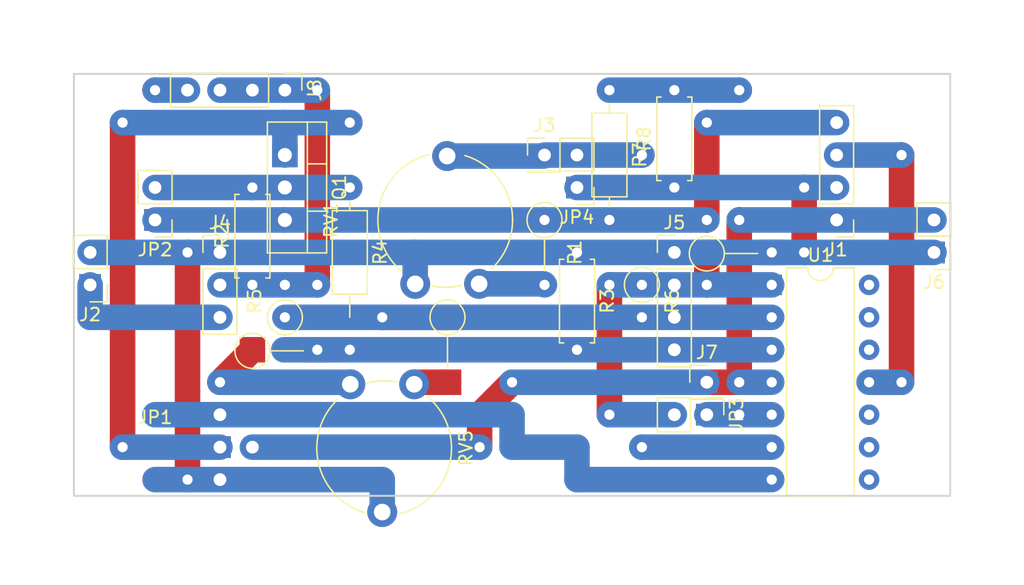
<source format=kicad_pcb>
(kicad_pcb (version 20211014) (generator pcbnew)
  (layers (0 "F.Cu" signal) (31 "B.Cu" signal) (34 "B.Paste" user) (35 "F.Paste" user) (36 "B.SilkS" user "B.Silkscreen") (37 "F.SilkS" user "F.Silkscreen") (38 "B.Mask" user) (39 "F.Mask" user) (44 "Edge.Cuts" user))
  (net 0 "")
  (net 1 "/OUT0")
  (net 2 "GND")
  (net 3 "/ch0/N")
  (net 4 "+5V")
  (net 5 "/ch0/P")
  (net 6 "Net-(R1-Pad2)")
  (net 7 "/ch0/N_DISABLE")
  (net 8 "/PWM0")
  (net 9 "/ch0/sub/N")
  (net 10 "/ch0/CTRL")
  (net 11 "/ch0/COMP_OUT")
  (net 12 "/ch0/sub/P")
  (net 13 "Net-(R28-Pad1)")
  (net 14 "Net-(R29-Pad2)")
  (net 15 "+12V")
  (net 16 "-12V")
  (net 17 "Net-(JP3-Pad1)")
  (footprint "For_Rasterboard:R_Axial_DIN0207_L6.3mm_D2.5mm_P12.70mm_Horizontal" (layer "F.Cu") (at 71.12 167.405 -90)
    (fp_text reference "R4" (at 5.08 -2.37 -90) (layer "F.SilkS"))
    (fp_text value "10k")
    (fp_line (start 8.35 -1.37) (end 1.81 -1.37) (layer "F.SilkS") (width 0.12))
    (fp_line (start 1.81 -1.37) (end 1.81 1.37) (layer "F.SilkS") (width 0.12))
    (fp_line (start 10.16 0) (end 8.35 0) (layer "F.SilkS") (width 0.12))
    (fp_line (start 8.35 1.37) (end 8.35 -1.37) (layer "F.SilkS") (width 0.12))
    (fp_line (start 1.81 1.37) (end 8.35 1.37) (layer "F.SilkS") (width 0.12))
    (fp_line (start 1.04 0) (end 1.81 0) (layer "F.SilkS") (width 0.12))
    (pad "1" thru_hole circle (at 0 0 270) (size 1.6 1.6) (drill 0.8) (layers *.Cu *.Mask) (net 5 "/ch0/P"))
    (pad "2" thru_hole oval (at 12.7 0 270) (size 1.6 1.6) (drill 0.8) (layers *.Cu *.Mask) (net 12 "/ch0/sub/P"))
  )
  (footprint "For_Rasterboard:R_Axial_DIN0207_L6.3mm_D2.5mm_Pinf_Vertical" (layer "F.Cu") (at 78.85 177.565 -90)
    (fp_text reference "R29" hide)
    (fp_text value "10k")
    (fp_line (start 1.37 0.084) (end 3.98 0.084) (layer "F.SilkS") (width 0.12))
    (fp_circle (center 0 0.084) (end 1.37 0.084) (layer "F.SilkS") (width 0.12) (fill none))
    (pad "1" smd rect (at 0 0 270) (size 2 2) (layers "F.Cu") (net 9 "/ch0/sub/N"))
    (pad "2" smd rect (at 5.08 0 270) (size 2 2) (layers "F.Cu") (net 14 "Net-(R29-Pad2)"))
  )
  (footprint "For_Rasterboard:R_Axial_DIN0207_L6.3mm_D2.5mm_P10.16mm_Horizontal" (layer "F.Cu") (at 91.44 159.785 -90)
    (fp_text reference "R7" (at 5.08 -2.37 -90) (layer "F.SilkS"))
    (fp_text value "10M")
    (fp_line (start 1.04 0) (end 1.81 0) (layer "F.SilkS") (width 0.12))
    (fp_line (start 8.35 1.37) (end 8.35 -1.37) (layer "F.SilkS") (width 0.12))
    (fp_line (start 9.12 0) (end 8.35 0) (layer "F.SilkS") (width 0.12))
    (fp_line (start 1.81 -1.37) (end 1.81 1.37) (layer "F.SilkS") (width 0.12))
    (fp_line (start 8.35 -1.37) (end 1.81 -1.37) (layer "F.SilkS") (width 0.12))
    (fp_line (start 1.81 1.37) (end 8.35 1.37) (layer "F.SilkS") (width 0.12))
    (pad "1" thru_hole circle (at 0 0 270) (size 1.6 1.6) (drill 0.8) (layers *.Cu *.Mask) (net 17 "Net-(JP3-Pad1)"))
    (pad "2" thru_hole oval (at 10.16 0 270) (size 1.6 1.6) (drill 0.8) (layers *.Cu *.Mask) (net 4 "+5V"))
  )
  (footprint "For_Rasterboard:R_Axial_DIN0207_L6.3mm_D2.5mm_P7.62mm_Horizontal" (layer "F.Cu") (at 88.9 172.485 -90)
    (fp_text reference "R3" (at 3.81 -2.37 90) (layer "F.SilkS"))
    (fp_text value "100k")
    (fp_line (start 7.08 -1.37) (end 7.08 -1.04) (layer "F.SilkS") (width 0.12))
    (fp_line (start 7.08 1.37) (end 7.08 1.04) (layer "F.SilkS") (width 0.12))
    (fp_line (start 0.54 1.37) (end 7.08 1.37) (layer "F.SilkS") (width 0.12))
    (fp_line (start 0.54 -1.37) (end 7.08 -1.37) (layer "F.SilkS") (width 0.12))
    (fp_line (start 0.54 1.04) (end 0.54 1.37) (layer "F.SilkS") (width 0.12))
    (fp_line (start 0.54 -1.04) (end 0.54 -1.37) (layer "F.SilkS") (width 0.12))
    (pad "1" thru_hole circle (at 0 0 270) (size 1.6 1.6) (drill 0.8) (layers *.Cu *.Mask) (net 2 "GND"))
    (pad "2" thru_hole oval (at 7.62 0 270) (size 1.6 1.6) (drill 0.8) (layers *.Cu *.Mask) (net 12 "/ch0/sub/P"))
  )
  (footprint "Connector_PinHeader_2.54mm:PinHeader_1x02_P2.54mm_Vertical" (layer "F.Cu") (at 50.8 175.025 180)
    (fp_text reference "J2" (at 0 -2.33) (layer "F.SilkS"))
    (fp_text value "1x2 2.54mm male")
    (fp_line (start 1.33 1.27) (end 1.33 3.87) (layer "F.SilkS") (width 0.12))
    (fp_line (start -1.33 1.27) (end -1.33 3.87) (layer "F.SilkS") (width 0.12))
    (fp_line (start -1.33 3.87) (end 1.33 3.87) (layer "F.SilkS") (width 0.12))
    (fp_line (start -1.33 -1.33) (end 0 -1.33) (layer "F.SilkS") (width 0.12))
    (fp_line (start -1.33 0) (end -1.33 -1.33) (layer "F.SilkS") (width 0.12))
    (fp_line (start -1.33 1.27) (end 1.33 1.27) (layer "F.SilkS") (width 0.12))
    (pad "1" thru_hole rect (at 0 0 180) (size 1.7 1.7) (drill 1) (layers *.Cu *.Mask) (net 8 "/PWM0"))
    (pad "2" thru_hole oval (at 0 2.54 180) (size 1.7 1.7) (drill 1) (layers *.Cu *.Mask) (net 2 "GND"))
  )
  (footprint "For_Rasterboard:R_Axial_DIN0207_L6.3mm_D2.5mm_P7.62mm_Horizontal" (layer "F.Cu") (at 63.5 175.025 90)
    (fp_text reference "R2" (at 3.81 -2.37 90) (layer "F.SilkS"))
    (fp_text value "0.1")
    (fp_line (start 0.54 -1.04) (end 0.54 -1.37) (layer "F.SilkS") (width 0.12))
    (fp_line (start 0.54 1.04) (end 0.54 1.37) (layer "F.SilkS") (width 0.12))
    (fp_line (start 0.54 1.37) (end 7.08 1.37) (layer "F.SilkS") (width 0.12))
    (fp_line (start 0.54 -1.37) (end 7.08 -1.37) (layer "F.SilkS") (width 0.12))
    (fp_line (start 7.08 1.37) (end 7.08 1.04) (layer "F.SilkS") (width 0.12))
    (fp_line (start 7.08 -1.37) (end 7.08 -1.04) (layer "F.SilkS") (width 0.12))
    (pad "1" thru_hole circle (at 0 0 90) (size 1.6 1.6) (drill 0.8) (layers *.Cu *.Mask) (net 3 "/ch0/N"))
    (pad "2" thru_hole oval (at 7.62 0 90) (size 1.6 1.6) (drill 0.8) (layers *.Cu *.Mask) (net 5 "/ch0/P"))
  )
  (footprint "For_Rasterboard:R_Axial_DIN0207_L6.3mm_D2.5mm_P5.08mm_Vertical" (layer "F.Cu") (at 86.36 169.945 -90)
    (fp_text reference "R1" (at 2.54 -2.37 90) (layer "F.SilkS"))
    (fp_text value "1k")
    (fp_line (start 1.37 0) (end 3.98 0) (layer "F.SilkS") (width 0.12))
    (fp_circle (center 0 0) (end 1.37 0) (layer "F.SilkS") (width 0.12) (fill none))
    (pad "1" thru_hole circle (at 0 0 270) (size 1.6 1.6) (drill 0.8) (layers *.Cu *.Mask) (net 4 "+5V"))
    (pad "2" thru_hole oval (at 5.08 0 270) (size 1.6 1.6) (drill 0.8) (layers *.Cu *.Mask) (net 6 "Net-(R1-Pad2)"))
  )
  (footprint "Package_TO_SOT_THT:TO-220-3_Vertical" (layer "F.Cu") (at 66.04 164.865 -90)
    (fp_text reference "Q1" (at 2.54 -4.27 90) (layer "F.SilkS"))
    (fp_text value "IRF4905")
    (fp_line (start 0.69 -3.27) (end 0.69 -1.76) (layer "F.SilkS") (width 0.12))
    (fp_line (start -2.58 1.371) (end 7.66 1.371) (layer "F.SilkS") (width 0.12))
    (fp_line (start -2.58 -1.76) (end 7.66 -1.76) (layer "F.SilkS") (width 0.12))
    (fp_line (start -2.58 -3.27) (end -2.58 1.371) (layer "F.SilkS") (width 0.12))
    (fp_line (start 7.66 -3.27) (end 7.66 1.371) (layer "F.SilkS") (width 0.12))
    (fp_line (start -2.58 -3.27) (end 7.66 -3.27) (layer "F.SilkS") (width 0.12))
    (fp_line (start 4.391 -3.27) (end 4.391 -1.76) (layer "F.SilkS") (width 0.12))
    (pad "1" thru_hole rect (at 0 0 270) (size 1.905 2) (drill 1.1) (layers *.Cu *.Mask) (net 10 "/ch0/CTRL"))
    (pad "2" thru_hole oval (at 2.54 0 270) (size 1.905 2) (drill 1.1) (layers *.Cu *.Mask) (net 5 "/ch0/P"))
    (pad "3" thru_hole oval (at 5.08 0 270) (size 1.905 2) (drill 1.1) (layers *.Cu *.Mask) (net 4 "+5V"))
  )
  (footprint "Connector_PinHeader_2.54mm:PinHeader_1x02_P2.54mm_Vertical" (layer "F.Cu") (at 55.88 169.945 180)
    (fp_text reference "JP2" (at 0 -2.33) (layer "F.SilkS"))
    (fp_text value "1x2 2.54mm male")
    (fp_line (start -1.33 0) (end -1.33 -1.33) (layer "F.SilkS") (width 0.12))
    (fp_line (start -1.33 1.27) (end 1.33 1.27) (layer "F.SilkS") (width 0.12))
    (fp_line (start 1.33 1.27) (end 1.33 3.87) (layer "F.SilkS") (width 0.12))
    (fp_line (start -1.33 1.27) (end -1.33 3.87) (layer "F.SilkS") (width 0.12))
    (fp_line (start -1.33 -1.33) (end 0 -1.33) (layer "F.SilkS") (width 0.12))
    (fp_line (start -1.33 3.87) (end 1.33 3.87) (layer "F.SilkS") (width 0.12))
    (pad "1" thru_hole rect (at 0 0 180) (size 1.7 1.7) (drill 1) (layers *.Cu *.Mask) (net 4 "+5V"))
    (pad "2" thru_hole oval (at 0 2.54 180) (size 1.7 1.7) (drill 1) (layers *.Cu *.Mask) (net 5 "/ch0/P"))
  )
  (footprint "For_Rasterboard:R_Axial_DIN0207_L6.3mm_D2.5mm_Pinf_Vertical" (layer "F.Cu") (at 99.06 172.485)
    (fp_text reference "R30" hide)
    (fp_text value "1k")
    (fp_line (start 1.37 0.084) (end 3.98 0.084) (layer "F.SilkS") (width 0.12))
    (fp_circle (center 0 0.084) (end 1.37 0.084) (layer "F.SilkS") (width 0.12) (fill none))
    (pad "1" smd rect (at 0 0) (size 2 2) (layers "F.Cu") (net 1 "/OUT0"))
    (pad "2" smd rect (at 5.08 0) (size 2 2) (layers "F.Cu") (net 2 "GND"))
  )
  (footprint "Package_DIP:DIP-14_W7.62mm" (layer "F.Cu") (at 104.14 175.025)
    (fp_text reference "U1" (at 3.81 -2.33) (layer "F.SilkS"))
    (fp_text value "LM324")
    (fp_line (start 6.46 -1.33) (end 4.81 -1.33) (layer "F.SilkS") (width 0.12))
    (fp_line (start 2.81 -1.33) (end 1.16 -1.33) (layer "F.SilkS") (width 0.12))
    (fp_line (start 1.16 16.57) (end 6.46 16.57) (layer "F.SilkS") (width 0.12))
    (fp_line (start 6.46 16.57) (end 6.46 -1.33) (layer "F.SilkS") (width 0.12))
    (fp_line (start 1.16 -1.33) (end 1.16 16.57) (layer "F.SilkS") (width 0.12))
    (fp_arc (start 4.81 -1.33) (mid 3.81 -0.33) (end 2.81 -1.33) (layer "F.SilkS") (width 0.12))
    (pad "1" thru_hole rect (at 0 0) (size 1.6 1.6) (drill 0.8) (layers *.Cu *.Mask) (net 1 "/OUT0"))
    (pad "2" thru_hole oval (at 0 2.54) (size 1.6 1.6) (drill 0.8) (layers *.Cu *.Mask) (net 9 "/ch0/sub/N"))
    (pad "3" thru_hole oval (at 0 5.08) (size 1.6 1.6) (drill 0.8) (layers *.Cu *.Mask) (net 12 "/ch0/sub/P"))
    (pad "4" thru_hole oval (at 0 7.62) (size 1.6 1.6) (drill 0.8) (layers *.Cu *.Mask) (net 15 "+12V"))
    (pad "5" thru_hole oval (at 0 10.16) (size 1.6 1.6) (drill 0.8) (layers *.Cu *.Mask) (net 17 "Net-(JP3-Pad1)"))
    (pad "6" thru_hole oval (at 0 12.7) (size 1.6 1.6) (drill 0.8) (layers *.Cu *.Mask) (net 7 "/ch0/N_DISABLE"))
    (pad "7" thru_hole oval (at 0 15.24) (size 1.6 1.6) (drill 0.8) (layers *.Cu *.Mask) (net 11 "/ch0/COMP_OUT"))
    (pad "8" thru_hole oval (at 7.62 15.24) (size 1.6 1.6) (drill 0.8) (layers *.Cu *.Mask))
    (pad "9" thru_hole oval (at 7.62 12.7) (size 1.6 1.6) (drill 0.8) (layers *.Cu *.Mask))
    (pad "10" thru_hole oval (at 7.62 10.16) (size 1.6 1.6) (drill 0.8) (layers *.Cu *.Mask))
    (pad "11" thru_hole oval (at 7.62 7.62) (size 1.6 1.6) (drill 0.8) (layers *.Cu *.Mask) (net 16 "-12V"))
    (pad "12" thru_hole oval (at 7.62 5.08) (size 1.6 1.6) (drill 0.8) (layers *.Cu *.Mask))
    (pad "13" thru_hole oval (at 7.62 2.54) (size 1.6 1.6) (drill 0.8) (layers *.Cu *.Mask))
    (pad "14" thru_hole oval (at 7.62 0) (size 1.6 1.6) (drill 0.8) (layers *.Cu *.Mask))
  )
  (footprint "Connector_PinHeader_2.54mm:PinHeader_1x02_P2.54mm_Vertical" (layer "F.Cu") (at 99.06 185.185 -90)
    (fp_text reference "JP3" (at 0 -2.33 90) (layer "F.SilkS"))
    (fp_text value "1x2 2.54mm male")
    (fp_line (start 1.33 1.27) (end 1.33 3.87) (layer "F.SilkS") (width 0.12))
    (fp_line (start -1.33 -1.33) (end 0 -1.33) (layer "F.SilkS") (width 0.12))
    (fp_line (start -1.33 1.27) (end 1.33 1.27) (layer "F.SilkS") (width 0.12))
    (fp_line (start -1.33 3.87) (end 1.33 3.87) (layer "F.SilkS") (width 0.12))
    (fp_line (start -1.33 0) (end -1.33 -1.33) (layer "F.SilkS") (width 0.12))
    (fp_line (start -1.33 1.27) (end -1.33 3.87) (layer "F.SilkS") (width 0.12))
    (pad "1" thru_hole rect (at 0 0 270) (size 1.7 1.7) (drill 1) (layers *.Cu *.Mask) (net 17 "Net-(JP3-Pad1)"))
    (pad "2" thru_hole oval (at 0 2.54 270) (size 1.7 1.7) (drill 1) (layers *.Cu *.Mask) (net 1 "/OUT0"))
  )
  (footprint "Connector_PinHeader_2.54mm:PinHeader_1x01_P2.54mm_Vertical" (layer "F.Cu") (at 86.36 164.865)
    (fp_text reference "J3" (at 0 -2.33) (layer "F.SilkS"))
    (fp_text value "1x1 2.54mm male")
    (fp_line (start 1.33 1.27) (end 1.33 1.33) (layer "F.SilkS") (width 0.12))
    (fp_line (start -1.33 -1.33) (end 0 -1.33) (layer "F.SilkS") (width 0.12))
    (fp_line (start -1.33 0) (end -1.33 -1.33) (layer "F.SilkS") (width 0.12))
    (fp_line (start -1.33 1.27) (end -1.33 1.33) (layer "F.SilkS") (width 0.12))
    (fp_line (start -1.33 1.27) (end 1.33 1.27) (layer "F.SilkS") (width 0.12))
    (fp_line (start -1.33 1.33) (end 1.33 1.33) (layer "F.SilkS") (width 0.12))
    (pad "1" thru_hole rect (at 0 0) (size 1.7 1.7) (drill 1) (layers *.Cu *.Mask) (net 7 "/ch0/N_DISABLE"))
  )
  (footprint "Connector_PinHeader_2.54mm:PinHeader_1x03_P2.54mm_Vertical" (layer "F.Cu") (at 60.96 172.485)
    (fp_text reference "J4" (at 0 -2.33) (layer "F.SilkS"))
    (fp_text value "1x3 2.54mm male")
    (fp_line (start -1.33 0) (end -1.33 -1.33) (layer "F.SilkS") (width 0.12))
    (fp_line (start -1.33 -1.33) (end 0 -1.33) (layer "F.SilkS") (width 0.12))
    (fp_line (start -1.33 1.27) (end 1.33 1.27) (layer "F.SilkS") (width 0.12))
    (fp_line (start 1.33 1.27) (end 1.33 6.41) (layer "F.SilkS") (width 0.12))
    (fp_line (start -1.33 6.41) (end 1.33 6.41) (layer "F.SilkS") (width 0.12))
    (fp_line (start -1.33 1.27) (end -1.33 6.41) (layer "F.SilkS") (width 0.12))
    (pad "1" thru_hole rect (at 0 0) (size 1.7 1.7) (drill 1) (layers *.Cu *.Mask) (net 2 "GND"))
    (pad "2" thru_hole oval (at 0 2.54) (size 1.7 1.7) (drill 1) (layers *.Cu *.Mask) (net 3 "/ch0/N"))
    (pad "3" thru_hole oval (at 0 5.08) (size 1.7 1.7) (drill 1) (layers *.Cu *.Mask) (net 8 "/PWM0"))
  )
  (footprint "Connector_PinHeader_2.54mm:PinHeader_1x04_P2.54mm_Vertical" (layer "F.Cu") (at 66.04 159.785 -90)
    (fp_text reference "J8" (at 0 -2.33 90) (layer "F.SilkS"))
    (fp_text value "1x4 2.54mm male")
    (fp_line (start -1.33 8.95) (end 1.33 8.95) (layer "F.SilkS") (width 0.12))
    (fp_line (start -1.33 1.27) (end 1.33 1.27) (layer "F.SilkS") (width 0.12))
    (fp_line (start -1.33 1.27) (end -1.33 8.95) (layer "F.SilkS") (width 0.12))
    (fp_line (start -1.33 -1.33) (end 0 -1.33) (layer "F.SilkS") (width 0.12))
    (fp_line (start -1.33 0) (end -1.33 -1.33) (layer "F.SilkS") (width 0.12))
    (fp_line (start 1.33 1.27) (end 1.33 8.95) (layer "F.SilkS") (width 0.12))
    (pad "1" thru_hole rect (at 0 0 270) (size 1.7 1.7) (drill 1) (layers *.Cu *.Mask) (net 3 "/ch0/N"))
    (pad "2" thru_hole oval (at 0 2.54 270) (size 1.7 1.7) (drill 1) (layers *.Cu *.Mask) (net 3 "/ch0/N"))
    (pad "3" thru_hole oval (at 0 5.08 270) (size 1.7 1.7) (drill 1) (layers *.Cu *.Mask) (net 3 "/ch0/N"))
    (pad "4" thru_hole oval (at 0 7.62 270) (size 1.7 1.7) (drill 1) (layers *.Cu *.Mask) (net 2 "GND"))
  )
  (footprint "Connector_PinHeader_2.54mm:PinHeader_1x01_P2.54mm_Vertical" (layer "F.Cu") (at 99.06 182.645)
    (fp_text reference "J7" (at 0 -2.33) (layer "F.SilkS"))
    (fp_text value "1x1 2.54mm male")
    (fp_line (start -1.33 -1.33) (end 0 -1.33) (layer "F.SilkS") (width 0.12))
    (fp_line (start -1.33 1.27) (end 1.33 1.27) (layer "F.SilkS") (width 0.12))
    (fp_line (start 1.33 1.27) (end 1.33 1.33) (layer "F.SilkS") (width 0.12))
    (fp_line (start -1.33 0) (end -1.33 -1.33) (layer "F.SilkS") (width 0.12))
    (fp_line (start -1.33 1.27) (end -1.33 1.33) (layer "F.SilkS") (width 0.12))
    (fp_line (start -1.33 1.33) (end 1.33 1.33) (layer "F.SilkS") (width 0.12))
    (pad "1" thru_hole rect (at 0 0) (size 1.7 1.7) (drill 1) (layers *.Cu *.Mask) (net 15 "+12V"))
  )
  (footprint "Potentiometer_THT:Potentiometer_Piher_PT-10-V10_Vertical" (layer "F.Cu") (at 71.16 182.805 -90)
    (fp_text reference "RV5" (at 5 -9.05 90) (layer "F.SilkS"))
    (fp_text value "1k")
    (fp_arc (start 5.09203 2.619358) (mid 2.983245 2.219015) (end 1.209 1.011) (layer "F.SilkS") (width 0.12))
    (fp_arc (start 0.963379 -6.038474) (mid 6.186565 -7.784991) (end 10.114 -3.924) (layer "F.SilkS") (width 0.12))
    (fp_arc (start 10.039726 -1.109201) (mid 8.134716 1.586326) (end 5 2.62) (layer "F.SilkS") (width 0.12))
    (fp_arc (start -0.11439 -1.375119) (mid -0.269093 -2.512295) (end -0.174 -3.656) (layer "F.SilkS") (width 0.12))
    (pad "1" thru_hole circle (at 0 0 270) (size 2.34 2.34) (drill 1.3) (layers *.Cu *.Mask) (net 13 "Net-(R28-Pad1)"))
    (pad "2" thru_hole circle (at 10 -2.5 270) (size 2.34 2.34) (drill 1.3) (layers *.Cu *.Mask) (net 2 "GND"))
    (pad "3" thru_hole circle (at 0 -5 270) (size 2.34 2.34) (drill 1.3) (layers *.Cu *.Mask) (net 14 "Net-(R29-Pad2)"))
  )
  (footprint "Connector_PinHeader_2.54mm:PinHeader_1x02_P2.54mm_Vertical" (layer "F.Cu") (at 88.9 167.405 180)
    (fp_text reference "JP4" (at 0 -2.33) (layer "F.SilkS"))
    (fp_text value "1x2 2.54mm male")
    (fp_line (start -1.33 0) (end -1.33 -1.33) (layer "F.SilkS") (width 0.12))
    (fp_line (start -1.33 1.27) (end 1.33 1.27) (layer "F.SilkS") (width 0.12))
    (fp_line (start -1.33 -1.33) (end 0 -1.33) (layer "F.SilkS") (width 0.12))
    (fp_line (start 1.33 1.27) (end 1.33 3.87) (layer "F.SilkS") (width 0.12))
    (fp_line (start -1.33 1.27) (end -1.33 3.87) (layer "F.SilkS") (width 0.12))
    (fp_line (start -1.33 3.87) (end 1.33 3.87) (layer "F.SilkS") (width 0.12))
    (pad "1" thru_hole rect (at 0 0 180) (size 1.7 1.7) (drill 1) (layers *.Cu *.Mask) (net 2 "GND"))
    (pad "2" thru_hole oval (at 0 2.54 180) (size 1.7 1.7) (drill 1) (layers *.Cu *.Mask) (net 7 "/ch0/N_DISABLE"))
  )
  (footprint "For_Rasterboard:R_Axial_DIN0207_L6.3mm_D2.5mm_P2.54mm_Vertical" (layer "F.Cu") (at 93.98 175.025 -90)
    (fp_text reference "R6" (at 1.27 -2.37 90) (layer "F.SilkS"))
    (fp_text value "100k")
    (fp_line (start 1.37 0) (end 1.44 0) (layer "F.SilkS") (width 0.12))
    (fp_circle (center 0 0) (end 1.37 0) (layer "F.SilkS") (width 0.12) (fill none))
    (pad "1" thru_hole circle (at 0 0 270) (size 1.6 1.6) (drill 0.8) (layers *.Cu *.Mask) (net 1 "/OUT0"))
    (pad "2" thru_hole oval (at 2.54 0 270) (size 1.6 1.6) (drill 0.8) (layers *.Cu *.Mask) (net 9 "/ch0/sub/N"))
  )
  (footprint "Connector_PinHeader_2.54mm:PinHeader_1x02_P2.54mm_Vertical" (layer "F.Cu") (at 116.84 172.485 180)
    (fp_text reference "J6" (at 0 -2.33) (layer "F.SilkS"))
    (fp_text value "1x2 2.54mm male")
    (fp_line (start -1.33 1.27) (end 1.33 1.27) (layer "F.SilkS") (width 0.12))
    (fp_line (start 1.33 1.27) (end 1.33 3.87) (layer "F.SilkS") (width 0.12))
    (fp_line (start -1.33 1.27) (end -1.33 3.87) (layer "F.SilkS") (width 0.12))
    (fp_line (start -1.33 -1.33) (end 0 -1.33) (layer "F.SilkS") (width 0.12))
    (fp_line (start -1.33 0) (end -1.33 -1.33) (layer "F.SilkS") (width 0.12))
    (fp_line (start -1.33 3.87) (end 1.33 3.87) (layer "F.SilkS") (width 0.12))
    (pad "1" thru_hole rect (at 0 0 180) (size 1.7 1.7) (drill 1) (layers *.Cu *.Mask) (net 2 "GND"))
    (pad "2" thru_hole oval (at 0 2.54 180) (size 1.7 1.7) (drill 1) (layers *.Cu *.Mask) (net 15 "+12V"))
  )
  (footprint "Connector_PinHeader_2.54mm:PinHeader_1x04_P2.54mm_Vertical" (layer "F.Cu") (at 96.52 172.485)
    (fp_text reference "J5" (at 0 -2.33) (layer "F.SilkS"))
    (fp_text value "1x4 2.54mm male")
    (fp_line (start -1.33 1.27) (end -1.33 8.95) (layer "F.SilkS") (width 0.12))
    (fp_line (start -1.33 0) (end -1.33 -1.33) (layer "F.SilkS") (width 0.12))
    (fp_line (start -1.33 -1.33) (end 0 -1.33) (layer "F.SilkS") (width 0.12))
    (fp_line (start -1.33 1.27) (end 1.33 1.27) (layer "F.SilkS") (width 0.12))
    (fp_line (start 1.33 1.27) (end 1.33 8.95) (layer "F.SilkS") (width 0.12))
    (fp_line (start -1.33 8.95) (end 1.33 8.95) (layer "F.SilkS") (width 0.12))
    (pad "1" thru_hole rect (at 0 0) (size 1.7 1.7) (drill 1) (layers *.Cu *.Mask) (net 2 "GND"))
    (pad "2" thru_hole oval (at 0 2.54) (size 1.7 1.7) (drill 1) (layers *.Cu *.Mask) (net 1 "/OUT0"))
    (pad "3" thru_hole oval (at 0 5.08) (size 1.7 1.7) (drill 1) (layers *.Cu *.Mask) (net 9 "/ch0/sub/N"))
    (pad "4" thru_hole oval (at 0 7.62) (size 1.7 1.7) (drill 1) (layers *.Cu *.Mask) (net 12 "/ch0/sub/P"))
  )
  (footprint "Potentiometer_THT:Potentiometer_Piher_PT-10-V10_Vertical" (layer "F.Cu") (at 81.24 174.945 90)
    (fp_text reference "RV1" (at 5 -11.59 90) (layer "F.SilkS"))
    (fp_text value "1k")
    (fp_arc (start -0.11439 -1.375119) (mid -0.269093 -2.512295) (end -0.174 -3.656) (layer "F.SilkS") (width 0.12))
    (fp_arc (start 10.039726 -1.109201) (mid 8.134716 1.586326) (end 5 2.62) (layer "F.SilkS") (width 0.12))
    (fp_arc (start 5.09203 2.619358) (mid 2.983245 2.219015) (end 1.209 1.011) (layer "F.SilkS") (width 0.12))
    (fp_arc (start 0.963379 -6.038474) (mid 6.186565 -7.784991) (end 10.114 -3.924) (layer "F.SilkS") (width 0.12))
    (pad "1" thru_hole circle (at 0 0 90) (size 2.34 2.34) (drill 1.3) (layers *.Cu *.Mask) (net 6 "Net-(R1-Pad2)"))
    (pad "2" thru_hole circle (at 10 -2.5 90) (size 2.34 2.34) (drill 1.3) (layers *.Cu *.Mask) (net 7 "/ch0/N_DISABLE"))
    (pad "3" thru_hole circle (at 0 -5 90) (size 2.34 2.34) (drill 1.3) (layers *.Cu *.Mask) (net 2 "GND"))
  )
  (footprint "Extra_Common:Jumper4_PinHeader_1x04_P2.54mm_Vertical" (layer "F.Cu") (at 60.96 187.725)
    (fp_text reference "JP1" (at -5.08 -2.33) (layer "F.SilkS"))
    (fp_text value "Jumper_4_Bridged12")
    (pad "1" thru_hole rect (at 0 0) (size 1.7 1.7) (drill 1) (layers *.Cu *.Mask) (net 10 "/ch0/CTRL"))
    (pad "2" thru_hole oval (at 0 -2.54) (size 1.7 1.7) (drill 1) (layers *.Cu *.Mask) (net 11 "/ch0/COMP_OUT"))
    (pad "3" thru_hole oval (at 2.54 0) (size 1.7 1.7) (drill 1) (layers *.Cu *.Mask) (net 15 "+12V"))
    (pad "4" thru_hole oval (at 0 2.54) (size 1.7 1.7) (drill 1) (layers *.Cu *.Mask) (net 2 "GND"))
  )
  (footprint "Resistor_THT:R_Axial_DIN0207_L6.3mm_D2.5mm_P2.54mm_Vertical" (layer "F.Cu") (at 66.04 177.565 90)
    (fp_text reference "R5" (at 1.27 -2.37 90) (layer "F.SilkS"))
    (fp_text value "10k")
    (fp_line (start 1.37 0) (end 1.44 0) (layer "F.SilkS") (width 0.12))
    (fp_circle (center 0 0) (end 1.37 0) (layer "F.SilkS") (width 0.12) (fill none))
    (pad "1" thru_hole circle (at 0 0 90) (size 1.6 1.6) (drill 0.8) (layers *.Cu *.Mask) (net 9 "/ch0/sub/N"))
    (pad "2" thru_hole oval (at 2.54 0 90) (size 1.6 1.6) (drill 0.8) (layers *.Cu *.Mask) (net 3 "/ch0/N"))
  )
  (footprint "Connector_PinHeader_2.54mm:PinHeader_1x04_P2.54mm_Vertical" (layer "F.Cu") (at 109.22 169.945 180)
    (fp_text reference "J1" (at 0 -2.33) (layer "F.SilkS"))
    (fp_text value "1x4 2.54mm male")
    (fp_line (start -1.33 0) (end -1.33 -1.33) (layer "F.SilkS") (width 0.12))
    (fp_line (start -1.33 1.27) (end -1.33 8.95) (layer "F.SilkS") (width 0.12))
    (fp_line (start 1.33 1.27) (end 1.33 8.95) (layer "F.SilkS") (width 0.12))
    (fp_line (start -1.33 -1.33) (end 0 -1.33) (layer "F.SilkS") (width 0.12))
    (fp_line (start -1.33 1.27) (end 1.33 1.27) (layer "F.SilkS") (width 0.12))
    (fp_line (start -1.33 8.95) (end 1.33 8.95) (layer "F.SilkS") (width 0.12))
    (pad "1" thru_hole rect (at 0 0 180) (size 1.7 1.7) (drill 1) (layers *.Cu *.Mask) (net 15 "+12V"))
    (pad "2" thru_hole oval (at 0 2.54 180) (size 1.7 1.7) (drill 1) (layers *.Cu *.Mask) (net 2 "GND"))
    (pad "3" thru_hole oval (at 0 5.08 180) (size 1.7 1.7) (drill 1) (layers *.Cu *.Mask) (net 16 "-12V"))
    (pad "4" thru_hole oval (at 0 7.62 180) (size 1.7 1.7) (drill 1) (layers *.Cu *.Mask) (net 4 "+5V"))
  )
  (footprint "For_Rasterboard:R_Axial_DIN0207_L6.3mm_D2.5mm_Pinf_Vertical" (layer "F.Cu") (at 63.5 180.105)
    (fp_text reference "R28" hide)
    (fp_text value "10k")
    (fp_line (start 1.37 0.084) (end 3.98 0.084) (layer "F.SilkS") (width 0.12))
    (fp_circle (center 0 0.084) (end 1.37 0.084) (layer "F.SilkS") (width 0.12) (fill none))
    (pad "1" smd rect (at 0 0) (size 2 2) (layers "F.Cu") (net 13 "Net-(R28-Pad1)"))
    (pad "2" smd rect (at 5.08 0) (size 2 2) (layers "F.Cu") (net 12 "/ch0/sub/P"))
  )
  (footprint "For_Rasterboard:R_Axial_DIN0207_L6.3mm_D2.5mm_P7.62mm_Horizontal" (layer "F.Cu") (at 96.52 167.405 90)
    (fp_text reference "R8" (at 3.81 -2.37 90) (layer "F.SilkS"))
    (fp_text value "100k")
    (fp_line (start 0.54 1.04) (end 0.54 1.37) (layer "F.SilkS") (width 0.12))
    (fp_line (start 7.08 -1.37) (end 7.08 -1.04) (layer "F.SilkS") (width 0.12))
    (fp_line (start 0.54 1.37) (end 7.08 1.37) (layer "F.SilkS") (width 0.12))
    (fp_line (start 0.54 -1.04) (end 0.54 -1.37) (layer "F.SilkS") (width 0.12))
    (fp_line (start 7.08 1.37) (end 7.08 1.04) (layer "F.SilkS") (width 0.12))
    (fp_line (start 0.54 -1.37) (end 7.08 -1.37) (layer "F.SilkS") (width 0.12))
    (pad "1" thru_hole circle (at 0 0 90) (size 1.6 1.6) (drill 0.8) (layers *.Cu *.Mask) (net 2 "GND"))
    (pad "2" thru_hole oval (at 7.62 0 90) (size 1.6 1.6) (drill 0.8) (layers *.Cu *.Mask) (net 17 "Net-(JP3-Pad1)"))
  )
  (gr_rect (start 118.11 191.535) (end 49.53 158.515) (layer "Edge.Cuts") (width 0.15) (fill none))
  (segment (start 91.44 175.025) (end 91.44 185.185) (width 2) (layer "F.Cu") (net 1))
  (segment (start 99.06 172.485) (end 99.06 175.025) (width 2) (layer "F.Cu") (net 1))
  (via (at 91.44 185.185) (size 2) (drill 0.8) (layers "F.Cu" "B.Cu") (net 1))
  (via (at 91.44 175.025) (size 2) (drill 0.8) (layers "F.Cu" "B.Cu") (net 1))
  (via (at 99.06 175.025) (size 2) (drill 0.8) (layers "F.Cu" "B.Cu") (net 1))
  (segment (start 96.52 185.185) (end 91.44 185.185) (width 2) (layer "B.Cu") (net 1))
  (segment (start 99.06 175.025) (end 104.14 175.025) (width 2) (layer "B.Cu") (net 1))
  (segment (start 91.44 175.025) (end 99.06 175.025) (width 2) (layer "B.Cu") (net 1))
  (segment (start 58.42 190.265) (end 58.42 172.485) (width 2) (layer "F.Cu") (net 2))
  (segment (start 106.68 172.485) (end 106.68 167.405) (width 2) (layer "F.Cu") (net 2))
  (via (at 106.68 172.485) (size 2) (drill 0.8) (layers "F.Cu" "B.Cu") (net 2))
  (via (at 104.14 172.485) (size 2) (drill 0.8) (layers "F.Cu" "B.Cu") (net 2))
  (via (at 58.42 172.485) (size 2) (drill 0.8) (layers "F.Cu" "B.Cu") (net 2))
  (via (at 106.68 167.405) (size 2) (drill 0.8) (layers "F.Cu" "B.Cu") (net 2))
  (via (at 55.88 159.785) (size 2) (drill 0.8) (layers "F.Cu" "B.Cu") (net 2))
  (via (at 58.42 190.265) (size 2) (drill 0.8) (layers "F.Cu" "B.Cu") (net 2))
  (segment (start 58.42 172.485) (end 50.8 172.485) (width 2) (layer "B.Cu") (net 2))
  (segment (start 109.22 167.405) (end 106.68 167.405) (width 2) (layer "B.Cu") (net 2))
  (segment (start 60.96 172.485) (end 76.2 172.485) (width 2) (layer "B.Cu") (net 2))
  (segment (start 76.24 172.525) (end 76.2 172.485) (width 2) (layer "B.Cu") (net 2))
  (segment (start 58.42 172.485) (end 60.96 172.485) (width 2) (layer "B.Cu") (net 2))
  (segment (start 55.88 190.265) (end 58.42 190.265) (width 2) (layer "B.Cu") (net 2))
  (segment (start 58.42 190.265) (end 73.66 190.265) (width 2) (layer "B.Cu") (net 2))
  (segment (start 76.2 172.485) (end 116.84 172.485) (width 2) (layer "B.Cu") (net 2))
  (segment (start 58.42 159.785) (end 55.88 159.785) (width 2) (layer "B.Cu") (net 2))
  (segment (start 88.9 167.405) (end 106.68 167.405) (width 2) (layer "B.Cu") (net 2))
  (segment (start 73.66 190.265) (end 73.66 192.805) (width 2) (layer "B.Cu") (net 2))
  (segment (start 76.24 174.945) (end 76.24 172.525) (width 2) (layer "B.Cu") (net 2))
  (segment (start 68.58 175.025) (end 68.58 159.785) (width 2) (layer "F.Cu") (net 3))
  (via (at 68.58 159.785) (size 2) (drill 0.8) (layers "F.Cu" "B.Cu") (net 3))
  (via (at 68.58 175.025) (size 2) (drill 0.8) (layers "F.Cu" "B.Cu") (net 3))
  (segment (start 65.96 175.025) (end 60.96 175.025) (width 2) (layer "B.Cu") (net 3))
  (segment (start 68.58 159.785) (end 60.96 159.785) (width 2) (layer "B.Cu") (net 3))
  (segment (start 66.04 175.025) (end 68.58 175.025) (width 2) (layer "B.Cu") (net 3))
  (segment (start 99.06 169.945) (end 99.06 162.325) (width 2) (layer "F.Cu") (net 4))
  (via (at 99.06 162.325) (size 2) (drill 0.8) (layers "F.Cu" "B.Cu") (net 4))
  (via (at 99.06 169.945) (size 2) (drill 0.8) (layers "F.Cu" "B.Cu") (net 4))
  (segment (start 66.04 169.945) (end 55.88 169.945) (width 2) (layer "B.Cu") (net 4))
  (segment (start 99.06 169.945) (end 86.36 169.945) (width 2) (layer "B.Cu") (net 4))
  (segment (start 99.06 162.325) (end 109.22 162.325) (width 2) (layer "B.Cu") (net 4))
  (segment (start 86.36 169.945) (end 66.04 169.945) (width 2) (layer "B.Cu") (net 4))
  (segment (start 63.5 167.405) (end 55.88 167.405) (width 2) (layer "B.Cu") (net 5))
  (segment (start 71.12 167.405) (end 63.5 167.405) (width 2) (layer "B.Cu") (net 5))
  (segment (start 81.24 174.945) (end 86.28 174.945) (width 2) (layer "B.Cu") (net 6))
  (segment (start 86.28 174.945) (end 86.36 175.025) (width 2) (layer "B.Cu") (net 6))
  (via (at 93.98 187.725) (size 2) (drill 0.8) (layers "F.Cu" "B.Cu") (net 7))
  (via (at 93.98 164.865) (size 2) (drill 0.8) (layers "F.Cu" "B.Cu") (net 7))
  (segment (start 104.14 187.725) (end 93.98 187.725) (width 2) (layer "B.Cu") (net 7))
  (segment (start 86.36 164.865) (end 93.98 164.865) (width 2) (layer "B.Cu") (net 7))
  (segment (start 78.74 164.945) (end 86.28 164.945) (width 2) (layer "B.Cu") (net 7))
  (segment (start 50.8 177.565) (end 50.8 175.025) (width 2) (layer "B.Cu") (net 8))
  (segment (start 60.96 177.565) (end 50.8 177.565) (width 2) (layer "B.Cu") (net 8))
  (segment (start 78.85 177.565) (end 73.66 177.565) (width 2) (layer "F.Cu") (net 9))
  (via (at 73.66 177.565) (size 2) (drill 0.8) (layers "F.Cu" "B.Cu") (net 9))
  (segment (start 104.14 177.565) (end 73.66 177.565) (width 2) (layer "B.Cu") (net 9))
  (segment (start 73.66 177.565) (end 66.04 177.565) (width 2) (layer "B.Cu") (net 9))
  (segment (start 53.34 187.725) (end 53.34 162.325) (width 2) (layer "F.Cu") (net 10))
  (via (at 71.12 162.325) (size 2) (drill 0.8) (layers "F.Cu" "B.Cu") (net 10))
  (via (at 53.34 187.725) (size 2) (drill 0.8) (layers "F.Cu" "B.Cu") (net 10))
  (via (at 53.34 162.325) (size 2) (drill 0.8) (layers "F.Cu" "B.Cu") (net 10))
  (segment (start 60.96 187.725) (end 53.34 187.725) (width 2) (layer "B.Cu") (net 10))
  (segment (start 66.04 162.325) (end 53.34 162.325) (width 2) (layer "B.Cu") (net 10))
  (segment (start 66.04 162.325) (end 66.04 164.865) (width 2) (layer "B.Cu") (net 10))
  (segment (start 71.12 162.325) (end 66.04 162.325) (width 2) (layer "B.Cu") (net 10))
  (segment (start 88.9 190.265) (end 88.9 187.725) (width 2) (layer "B.Cu") (net 11))
  (segment (start 88.9 187.725) (end 83.82 187.725) (width 2) (layer "B.Cu") (net 11))
  (segment (start 83.82 187.725) (end 83.82 185.185) (width 2) (layer "B.Cu") (net 11))
  (segment (start 104.14 190.265) (end 88.9 190.265) (width 2) (layer "B.Cu") (net 11))
  (segment (start 83.82 185.185) (end 55.88 185.185) (width 2) (layer "B.Cu") (net 11))
  (via (at 68.58 180.105) (size 2) (drill 0.8) (layers "F.Cu" "B.Cu") (net 12))
  (segment (start 65.96 180.105) (end 104.14 180.105) (width 2) (layer "B.Cu") (net 12))
  (segment (start 63.5 180.105) (end 60.96 182.645) (width 2) (layer "F.Cu") (net 13))
  (via (at 60.96 182.645) (size 2) (drill 0.8) (layers "F.Cu" "B.Cu") (net 13))
  (segment (start 71.12 182.645) (end 60.96 182.645) (width 2) (layer "B.Cu") (net 13))
  (segment (start 78.85 182.645) (end 76.2 182.645) (width 2) (layer "F.Cu") (net 14))
  (segment (start 81.28 187.725) (end 81.28 185.185) (width 2) (layer "F.Cu") (net 15))
  (segment (start 81.28 185.185) (end 83.82 182.645) (width 2) (layer "F.Cu") (net 15))
  (segment (start 101.6 182.645) (end 101.6 169.945) (width 2) (layer "F.Cu") (net 15))
  (segment (start 99.06 182.645) (end 101.6 182.645) (width 2) (layer "F.Cu") (net 15))
  (via (at 81.28 187.725) (size 2) (drill 0.8) (layers "F.Cu" "B.Cu") (net 15))
  (via (at 101.6 182.645) (size 2) (drill 0.8) (layers "F.Cu" "B.Cu") (net 15))
  (via (at 83.82 182.645) (size 2) (drill 0.8) (layers "F.Cu" "B.Cu") (net 15))
  (via (at 101.6 169.945) (size 2) (drill 0.8) (layers "F.Cu" "B.Cu") (net 15))
  (segment (start 116.84 169.945) (end 106.68 169.945) (width 2) (layer "B.Cu") (net 15))
  (segment (start 83.82 182.645) (end 99.06 182.645) (width 2) (layer "B.Cu") (net 15))
  (segment (start 106.68 169.945) (end 101.6 169.945) (width 2) (layer "B.Cu") (net 15))
  (segment (start 63.5 187.725) (end 81.28 187.725) (width 2) (layer "B.Cu") (net 15))
  (segment (start 104.14 182.645) (end 101.6 182.645) (width 2) (layer "B.Cu") (net 15))
  (segment (start 114.3 164.865) (end 114.3 182.645) (width 2) (layer "F.Cu") (net 16))
  (via (at 114.3 182.645) (size 2) (drill 0.8) (layers "F.Cu" "B.Cu") (net 16))
  (via (at 114.3 164.865) (size 2) (drill 0.8) (layers "F.Cu" "B.Cu") (net 16))
  (segment (start 109.22 164.865) (end 114.3 164.865) (width 2) (layer "B.Cu") (net 16))
  (segment (start 114.3 182.645) (end 111.76 182.645) (width 2) (layer "B.Cu") (net 16))
  (via (at 101.6 185.185) (size 2) (drill 0.8) (layers "F.Cu" "B.Cu") (net 17))
  (via (at 101.6 159.785) (size 2) (drill 0.8) (layers "F.Cu" "B.Cu") (net 17))
  (segment (start 91.44 159.785) (end 101.6 159.785) (width 2) (layer "B.Cu") (net 17))
  (segment (start 104.14 185.185) (end 99.06 185.185) (width 2) (layer "B.Cu") (net 17))
)
</source>
